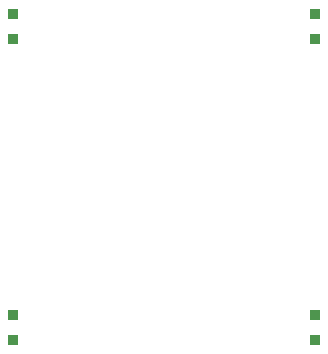
<source format=gtp>
G04 (created by PCBNEW (2013-05-16 BZR 4153)-testing) date Thu 16 May 2013 10:35:42 PM CEST*
%MOIN*%
G04 Gerber Fmt 3.4, Leading zero omitted, Abs format*
%FSLAX34Y34*%
G01*
G70*
G90*
G04 APERTURE LIST*
%ADD10C,0.005906*%
%ADD11R,0.037760X0.037760*%
G04 APERTURE END LIST*
G54D10*
G54D11*
X44488Y-14567D03*
X44488Y-15393D03*
X34448Y-14567D03*
X34448Y-15393D03*
X34448Y-24606D03*
X34448Y-25432D03*
X44488Y-24606D03*
X44488Y-25432D03*
M02*

</source>
